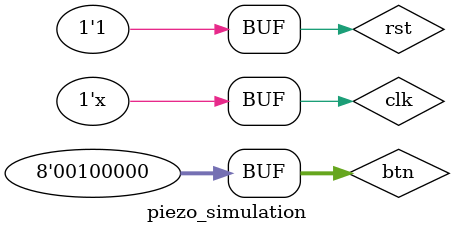
<source format=v>
`timescale 1us / 1ns


module piezo_simulation();
reg clk, rst;
reg [7:0] btn;
wire piezo;

piezo_basic P1(clk, rst, btn, piezo);

initial begin
    clk <= 0;
    rst <= 1;
    btn <= 8'b00000000;
    #1e+6; rst <= 0;
    #1e+6; rst <= 1;
    #1e+6; btn <= 8'b00000001;
    #1e+6; btn <= 8'b00000010;
    #1e+6; btn <= 8'b00100000;
end

always begin
    #0.5 clk = ~clk;
end

endmodule

</source>
